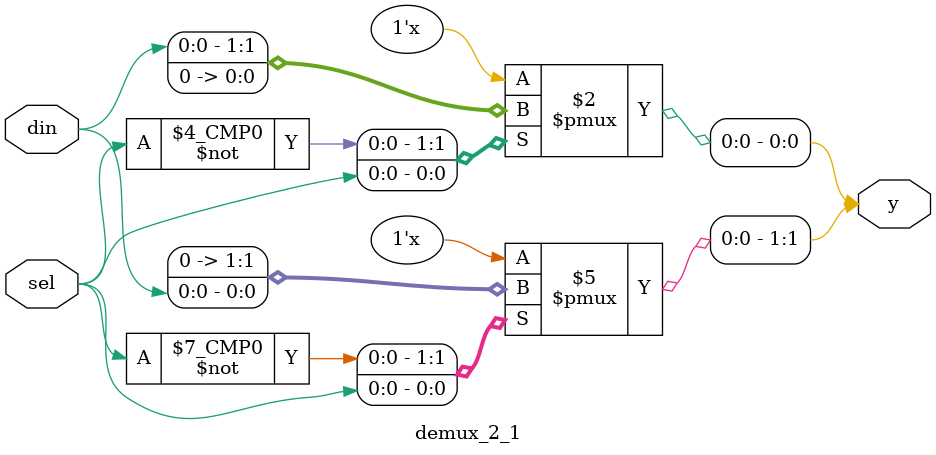
<source format=v>
module demux_2_1(input din,input sel,output reg [1:0]y);
  always@(*)
    begin
      y=2'b00;
      case(sel)
        2'b0:y[0] =din;
        2'b1:y[1] =din;
      endcase
    end
endmodule

</source>
